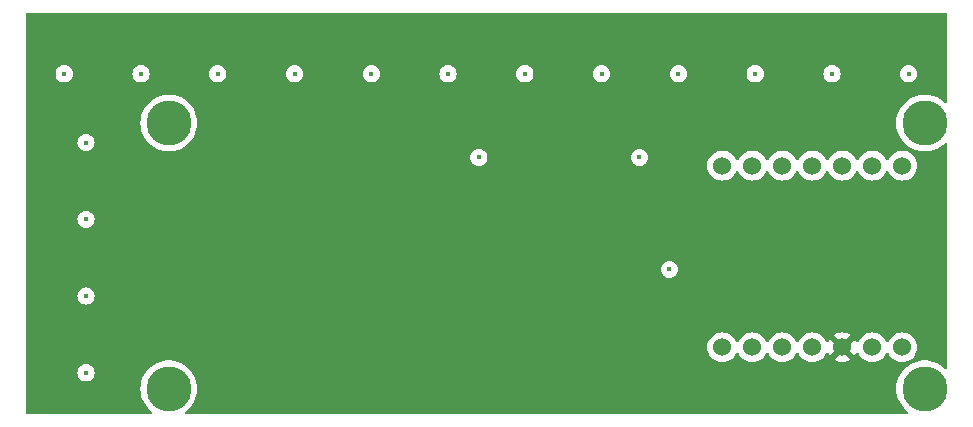
<source format=gbr>
%TF.GenerationSoftware,KiCad,Pcbnew,8.0.1*%
%TF.CreationDate,2025-02-04T00:39:20-05:00*%
%TF.ProjectId,glove-v3-right,676c6f76-652d-4763-932d-72696768742e,rev?*%
%TF.SameCoordinates,Original*%
%TF.FileFunction,Copper,L2,Inr*%
%TF.FilePolarity,Positive*%
%FSLAX46Y46*%
G04 Gerber Fmt 4.6, Leading zero omitted, Abs format (unit mm)*
G04 Created by KiCad (PCBNEW 8.0.1) date 2025-02-04 00:39:20*
%MOMM*%
%LPD*%
G01*
G04 APERTURE LIST*
%TA.AperFunction,ComponentPad*%
%ADD10C,3.800000*%
%TD*%
%TA.AperFunction,ComponentPad*%
%ADD11C,1.524000*%
%TD*%
%TA.AperFunction,ViaPad*%
%ADD12C,0.450000*%
%TD*%
G04 APERTURE END LIST*
D10*
%TO.N,N/C*%
%TO.C,REF\u002A\u002A*%
X114050000Y-34550000D03*
%TD*%
%TO.N,N/C*%
%TO.C,REF\u002A\u002A*%
X178050000Y-57050000D03*
%TD*%
%TO.N,N/C*%
%TO.C,REF\u002A\u002A*%
X114050000Y-57050000D03*
%TD*%
D11*
%TO.N,unconnected-(U1-PA02_A0_D0-Pad1)*%
%TO.C,U1*%
X176150000Y-38150000D03*
%TO.N,unconnected-(U1-PA4_A1_D1-Pad2)*%
X173610000Y-38150000D03*
%TO.N,/MUX_OUT*%
X171070000Y-38150000D03*
%TO.N,unconnected-(U1-PA11_A3_D3-Pad4)*%
X168530000Y-38150000D03*
%TO.N,/S2*%
X165990000Y-38150000D03*
%TO.N,/S3*%
X163450000Y-38150000D03*
%TO.N,unconnected-(U1-PB08_A6_D6_TX-Pad7)*%
X160910000Y-38150000D03*
%TO.N,unconnected-(U1-PB09_A7_D7_RX-Pad8)*%
X160910000Y-53542400D03*
%TO.N,Net-(U1-PA7_A8_D8_SCK)*%
X163450000Y-53542400D03*
%TO.N,/S1*%
X165990000Y-53542400D03*
%TO.N,/S0*%
X168530000Y-53542400D03*
%TO.N,+3V3*%
X171070000Y-53542400D03*
%TO.N,GND*%
X173610000Y-53542400D03*
%TO.N,unconnected-(U1-5V-Pad14)*%
X176150000Y-53542400D03*
%TD*%
D10*
%TO.N,N/C*%
%TO.C,REF\u002A\u002A*%
X178050000Y-34550000D03*
%TD*%
D12*
%TO.N,GND*%
X107040000Y-49200000D03*
X105200000Y-30380000D03*
X170200000Y-30380000D03*
X131200000Y-30380000D03*
X118200000Y-30380000D03*
X107052500Y-55700000D03*
X107040000Y-36200000D03*
X157200000Y-30380000D03*
X144200000Y-30380000D03*
X107040000Y-42700000D03*
X176700000Y-30380000D03*
X124700000Y-30380000D03*
X153890000Y-37460000D03*
X150700000Y-30380000D03*
X163700000Y-30380000D03*
X140300000Y-37460000D03*
X111700000Y-30380000D03*
X137700000Y-30380000D03*
X156440000Y-46940000D03*
%TO.N,+3V3*%
X130200000Y-30380000D03*
X169200000Y-30380000D03*
X123700000Y-30380000D03*
X162700000Y-30380000D03*
X110700000Y-30380000D03*
X149700000Y-30380000D03*
X136700000Y-30380000D03*
X107040000Y-43700000D03*
X142460000Y-37460000D03*
X156200000Y-30380000D03*
X104200000Y-30380000D03*
X175700000Y-30380000D03*
X107040000Y-37200000D03*
X143200000Y-30380000D03*
X107040000Y-50200000D03*
X117200000Y-30380000D03*
X107052500Y-56700000D03*
%TD*%
%TA.AperFunction,Conductor*%
%TO.N,+3V3*%
G36*
X179892539Y-25220185D02*
G01*
X179938294Y-25272989D01*
X179949500Y-25324500D01*
X179949500Y-32754193D01*
X179929815Y-32821232D01*
X179877011Y-32866987D01*
X179807853Y-32876931D01*
X179744297Y-32847906D01*
X179740616Y-32844585D01*
X179583163Y-32696727D01*
X179583153Y-32696719D01*
X179338806Y-32519191D01*
X179338799Y-32519186D01*
X179338795Y-32519184D01*
X179074104Y-32373668D01*
X179074101Y-32373666D01*
X179074096Y-32373664D01*
X179074095Y-32373663D01*
X178793265Y-32262475D01*
X178793262Y-32262474D01*
X178500695Y-32187357D01*
X178201036Y-32149500D01*
X178201027Y-32149500D01*
X177898973Y-32149500D01*
X177898963Y-32149500D01*
X177599304Y-32187357D01*
X177306737Y-32262474D01*
X177306734Y-32262475D01*
X177025904Y-32373663D01*
X177025903Y-32373664D01*
X176761205Y-32519184D01*
X176761193Y-32519191D01*
X176516846Y-32696719D01*
X176516836Y-32696727D01*
X176296652Y-32903494D01*
X176104111Y-33136236D01*
X175942268Y-33391261D01*
X175942265Y-33391267D01*
X175813661Y-33664563D01*
X175813659Y-33664568D01*
X175720320Y-33951835D01*
X175663719Y-34248546D01*
X175663718Y-34248553D01*
X175644754Y-34549994D01*
X175644754Y-34550005D01*
X175663718Y-34851446D01*
X175663719Y-34851453D01*
X175720320Y-35148164D01*
X175813659Y-35435431D01*
X175813661Y-35435436D01*
X175942265Y-35708732D01*
X175942268Y-35708738D01*
X176104111Y-35963763D01*
X176296652Y-36196505D01*
X176516836Y-36403272D01*
X176516846Y-36403280D01*
X176761193Y-36580808D01*
X176761198Y-36580810D01*
X176761205Y-36580816D01*
X177025896Y-36726332D01*
X177025901Y-36726334D01*
X177025903Y-36726335D01*
X177025904Y-36726336D01*
X177306734Y-36837524D01*
X177306737Y-36837525D01*
X177385662Y-36857789D01*
X177599302Y-36912642D01*
X177737422Y-36930091D01*
X177898963Y-36950499D01*
X177898969Y-36950499D01*
X177898973Y-36950500D01*
X177898975Y-36950500D01*
X178201025Y-36950500D01*
X178201027Y-36950500D01*
X178201032Y-36950499D01*
X178201036Y-36950499D01*
X178280591Y-36940448D01*
X178500698Y-36912642D01*
X178793262Y-36837525D01*
X178793265Y-36837524D01*
X179074095Y-36726336D01*
X179074096Y-36726335D01*
X179074094Y-36726335D01*
X179074104Y-36726332D01*
X179338795Y-36580816D01*
X179583162Y-36403274D01*
X179740616Y-36255413D01*
X179802960Y-36223872D01*
X179872461Y-36231043D01*
X179927052Y-36274650D01*
X179949401Y-36340849D01*
X179949500Y-36345806D01*
X179949500Y-55254193D01*
X179929815Y-55321232D01*
X179877011Y-55366987D01*
X179807853Y-55376931D01*
X179744297Y-55347906D01*
X179740616Y-55344585D01*
X179583163Y-55196727D01*
X179583153Y-55196719D01*
X179338806Y-55019191D01*
X179338799Y-55019186D01*
X179338795Y-55019184D01*
X179074104Y-54873668D01*
X179074101Y-54873666D01*
X179074096Y-54873664D01*
X179074095Y-54873663D01*
X178793265Y-54762475D01*
X178793262Y-54762474D01*
X178500695Y-54687357D01*
X178201036Y-54649500D01*
X178201027Y-54649500D01*
X177898973Y-54649500D01*
X177898963Y-54649500D01*
X177599304Y-54687357D01*
X177306737Y-54762474D01*
X177306734Y-54762475D01*
X177025904Y-54873663D01*
X177025903Y-54873664D01*
X176761205Y-55019184D01*
X176761193Y-55019191D01*
X176516846Y-55196719D01*
X176516836Y-55196727D01*
X176296652Y-55403494D01*
X176104111Y-55636236D01*
X175942268Y-55891261D01*
X175942265Y-55891267D01*
X175813661Y-56164563D01*
X175813659Y-56164568D01*
X175720320Y-56451835D01*
X175663719Y-56748546D01*
X175663718Y-56748553D01*
X175644754Y-57049994D01*
X175644754Y-57050005D01*
X175663718Y-57351446D01*
X175663719Y-57351453D01*
X175720320Y-57648164D01*
X175813659Y-57935431D01*
X175813661Y-57935436D01*
X175942265Y-58208732D01*
X175942268Y-58208738D01*
X176104111Y-58463763D01*
X176296652Y-58696505D01*
X176516836Y-58903272D01*
X176516846Y-58903280D01*
X176615810Y-58975182D01*
X176658476Y-59030512D01*
X176664455Y-59100125D01*
X176631849Y-59161920D01*
X176571011Y-59196277D01*
X176542925Y-59199500D01*
X115557075Y-59199500D01*
X115490036Y-59179815D01*
X115444281Y-59127011D01*
X115434337Y-59057853D01*
X115463362Y-58994297D01*
X115484190Y-58975182D01*
X115549488Y-58927738D01*
X115583162Y-58903274D01*
X115803349Y-58696504D01*
X115995885Y-58463768D01*
X116157733Y-58208736D01*
X116286341Y-57935430D01*
X116379681Y-57648160D01*
X116436280Y-57351457D01*
X116455246Y-57050000D01*
X116436280Y-56748543D01*
X116379681Y-56451840D01*
X116286341Y-56164570D01*
X116157733Y-55891264D01*
X116129828Y-55847293D01*
X115995888Y-55636236D01*
X115803347Y-55403494D01*
X115583163Y-55196727D01*
X115583153Y-55196719D01*
X115338806Y-55019191D01*
X115338799Y-55019186D01*
X115338795Y-55019184D01*
X115074104Y-54873668D01*
X115074101Y-54873666D01*
X115074096Y-54873664D01*
X115074095Y-54873663D01*
X114793265Y-54762475D01*
X114793262Y-54762474D01*
X114500695Y-54687357D01*
X114201036Y-54649500D01*
X114201027Y-54649500D01*
X113898973Y-54649500D01*
X113898963Y-54649500D01*
X113599304Y-54687357D01*
X113306737Y-54762474D01*
X113306734Y-54762475D01*
X113025904Y-54873663D01*
X113025903Y-54873664D01*
X112761205Y-55019184D01*
X112761193Y-55019191D01*
X112516846Y-55196719D01*
X112516836Y-55196727D01*
X112296652Y-55403494D01*
X112104111Y-55636236D01*
X111942268Y-55891261D01*
X111942265Y-55891267D01*
X111813661Y-56164563D01*
X111813659Y-56164568D01*
X111720320Y-56451835D01*
X111663719Y-56748546D01*
X111663718Y-56748553D01*
X111644754Y-57049994D01*
X111644754Y-57050005D01*
X111663718Y-57351446D01*
X111663719Y-57351453D01*
X111720320Y-57648164D01*
X111813659Y-57935431D01*
X111813661Y-57935436D01*
X111942265Y-58208732D01*
X111942268Y-58208738D01*
X112104111Y-58463763D01*
X112296652Y-58696505D01*
X112516836Y-58903272D01*
X112516846Y-58903280D01*
X112615810Y-58975182D01*
X112658476Y-59030512D01*
X112664455Y-59100125D01*
X112631849Y-59161920D01*
X112571011Y-59196277D01*
X112542925Y-59199500D01*
X102074500Y-59199500D01*
X102007461Y-59179815D01*
X101961706Y-59127011D01*
X101950500Y-59075500D01*
X101950500Y-55700003D01*
X106322409Y-55700003D01*
X106340712Y-55862455D01*
X106394710Y-56016774D01*
X106394711Y-56016775D01*
X106481692Y-56155204D01*
X106597296Y-56270808D01*
X106735725Y-56357789D01*
X106890039Y-56411786D01*
X106890042Y-56411786D01*
X106890044Y-56411787D01*
X107052496Y-56430091D01*
X107052500Y-56430091D01*
X107052504Y-56430091D01*
X107214955Y-56411787D01*
X107214956Y-56411786D01*
X107214961Y-56411786D01*
X107369275Y-56357789D01*
X107507704Y-56270808D01*
X107623308Y-56155204D01*
X107710289Y-56016775D01*
X107764286Y-55862461D01*
X107782591Y-55700000D01*
X107775406Y-55636232D01*
X107764287Y-55537544D01*
X107764286Y-55537542D01*
X107764286Y-55537539D01*
X107710289Y-55383225D01*
X107623308Y-55244796D01*
X107507704Y-55129192D01*
X107369274Y-55042210D01*
X107214955Y-54988212D01*
X107052504Y-54969909D01*
X107052496Y-54969909D01*
X106890044Y-54988212D01*
X106735725Y-55042210D01*
X106597295Y-55129192D01*
X106481692Y-55244795D01*
X106394710Y-55383225D01*
X106340712Y-55537544D01*
X106322409Y-55699996D01*
X106322409Y-55700003D01*
X101950500Y-55700003D01*
X101950500Y-53542402D01*
X159642677Y-53542402D01*
X159661929Y-53762462D01*
X159661930Y-53762470D01*
X159719104Y-53975845D01*
X159719105Y-53975847D01*
X159719106Y-53975850D01*
X159750139Y-54042400D01*
X159812466Y-54176062D01*
X159812468Y-54176066D01*
X159939170Y-54357015D01*
X159939175Y-54357021D01*
X160095378Y-54513224D01*
X160095384Y-54513229D01*
X160276333Y-54639931D01*
X160276335Y-54639932D01*
X160276338Y-54639934D01*
X160476550Y-54733294D01*
X160689932Y-54790470D01*
X160847123Y-54804222D01*
X160909998Y-54809723D01*
X160910000Y-54809723D01*
X160910002Y-54809723D01*
X160965017Y-54804909D01*
X161130068Y-54790470D01*
X161343450Y-54733294D01*
X161543662Y-54639934D01*
X161724620Y-54513226D01*
X161880826Y-54357020D01*
X162007534Y-54176062D01*
X162067618Y-54047211D01*
X162113790Y-53994771D01*
X162180983Y-53975619D01*
X162247865Y-53995835D01*
X162292382Y-54047211D01*
X162352464Y-54176058D01*
X162352468Y-54176066D01*
X162479170Y-54357015D01*
X162479175Y-54357021D01*
X162635378Y-54513224D01*
X162635384Y-54513229D01*
X162816333Y-54639931D01*
X162816335Y-54639932D01*
X162816338Y-54639934D01*
X163016550Y-54733294D01*
X163229932Y-54790470D01*
X163387123Y-54804222D01*
X163449998Y-54809723D01*
X163450000Y-54809723D01*
X163450002Y-54809723D01*
X163505017Y-54804909D01*
X163670068Y-54790470D01*
X163883450Y-54733294D01*
X164083662Y-54639934D01*
X164264620Y-54513226D01*
X164420826Y-54357020D01*
X164547534Y-54176062D01*
X164607618Y-54047211D01*
X164653790Y-53994771D01*
X164720983Y-53975619D01*
X164787865Y-53995835D01*
X164832382Y-54047211D01*
X164892464Y-54176058D01*
X164892468Y-54176066D01*
X165019170Y-54357015D01*
X165019175Y-54357021D01*
X165175378Y-54513224D01*
X165175384Y-54513229D01*
X165356333Y-54639931D01*
X165356335Y-54639932D01*
X165356338Y-54639934D01*
X165556550Y-54733294D01*
X165769932Y-54790470D01*
X165927123Y-54804222D01*
X165989998Y-54809723D01*
X165990000Y-54809723D01*
X165990002Y-54809723D01*
X166045017Y-54804909D01*
X166210068Y-54790470D01*
X166423450Y-54733294D01*
X166623662Y-54639934D01*
X166804620Y-54513226D01*
X166960826Y-54357020D01*
X167087534Y-54176062D01*
X167147618Y-54047211D01*
X167193790Y-53994771D01*
X167260983Y-53975619D01*
X167327865Y-53995835D01*
X167372382Y-54047211D01*
X167432464Y-54176058D01*
X167432468Y-54176066D01*
X167559170Y-54357015D01*
X167559175Y-54357021D01*
X167715378Y-54513224D01*
X167715384Y-54513229D01*
X167896333Y-54639931D01*
X167896335Y-54639932D01*
X167896338Y-54639934D01*
X168096550Y-54733294D01*
X168309932Y-54790470D01*
X168467123Y-54804222D01*
X168529998Y-54809723D01*
X168530000Y-54809723D01*
X168530002Y-54809723D01*
X168585017Y-54804909D01*
X168750068Y-54790470D01*
X168963450Y-54733294D01*
X169163662Y-54639934D01*
X169344620Y-54513226D01*
X169500826Y-54357020D01*
X169627534Y-54176062D01*
X169687894Y-54046618D01*
X169734066Y-53994179D01*
X169801259Y-53975027D01*
X169868141Y-53995243D01*
X169912658Y-54046619D01*
X169972898Y-54175805D01*
X169972901Y-54175811D01*
X170018258Y-54240587D01*
X170018259Y-54240588D01*
X170587037Y-53671809D01*
X170604075Y-53735393D01*
X170669901Y-53849407D01*
X170762993Y-53942499D01*
X170877007Y-54008325D01*
X170940590Y-54025362D01*
X170371810Y-54594140D01*
X170436590Y-54639499D01*
X170436592Y-54639500D01*
X170636715Y-54732819D01*
X170636729Y-54732824D01*
X170850013Y-54789973D01*
X170850023Y-54789975D01*
X171069999Y-54809221D01*
X171070001Y-54809221D01*
X171289976Y-54789975D01*
X171289986Y-54789973D01*
X171503270Y-54732824D01*
X171503284Y-54732819D01*
X171703407Y-54639500D01*
X171703417Y-54639494D01*
X171768188Y-54594141D01*
X171199410Y-54025362D01*
X171262993Y-54008325D01*
X171377007Y-53942499D01*
X171470099Y-53849407D01*
X171535925Y-53735393D01*
X171552962Y-53671809D01*
X172121741Y-54240588D01*
X172167094Y-54175817D01*
X172167095Y-54175816D01*
X172227340Y-54046619D01*
X172273512Y-53994180D01*
X172340706Y-53975027D01*
X172407587Y-53995242D01*
X172452105Y-54046618D01*
X172512466Y-54176062D01*
X172512468Y-54176066D01*
X172639170Y-54357015D01*
X172639175Y-54357021D01*
X172795378Y-54513224D01*
X172795384Y-54513229D01*
X172976333Y-54639931D01*
X172976335Y-54639932D01*
X172976338Y-54639934D01*
X173176550Y-54733294D01*
X173389932Y-54790470D01*
X173547123Y-54804222D01*
X173609998Y-54809723D01*
X173610000Y-54809723D01*
X173610002Y-54809723D01*
X173665017Y-54804909D01*
X173830068Y-54790470D01*
X174043450Y-54733294D01*
X174243662Y-54639934D01*
X174424620Y-54513226D01*
X174580826Y-54357020D01*
X174707534Y-54176062D01*
X174767618Y-54047211D01*
X174813790Y-53994771D01*
X174880983Y-53975619D01*
X174947865Y-53995835D01*
X174992382Y-54047211D01*
X175052464Y-54176058D01*
X175052468Y-54176066D01*
X175179170Y-54357015D01*
X175179175Y-54357021D01*
X175335378Y-54513224D01*
X175335384Y-54513229D01*
X175516333Y-54639931D01*
X175516335Y-54639932D01*
X175516338Y-54639934D01*
X175716550Y-54733294D01*
X175929932Y-54790470D01*
X176087123Y-54804222D01*
X176149998Y-54809723D01*
X176150000Y-54809723D01*
X176150002Y-54809723D01*
X176205017Y-54804909D01*
X176370068Y-54790470D01*
X176583450Y-54733294D01*
X176783662Y-54639934D01*
X176964620Y-54513226D01*
X177120826Y-54357020D01*
X177247534Y-54176062D01*
X177340894Y-53975850D01*
X177398070Y-53762468D01*
X177417323Y-53542400D01*
X177398070Y-53322332D01*
X177340894Y-53108950D01*
X177247534Y-52908739D01*
X177120826Y-52727780D01*
X176964620Y-52571574D01*
X176964616Y-52571571D01*
X176964615Y-52571570D01*
X176783666Y-52444868D01*
X176783662Y-52444866D01*
X176783660Y-52444865D01*
X176583450Y-52351506D01*
X176583447Y-52351505D01*
X176583445Y-52351504D01*
X176370070Y-52294330D01*
X176370062Y-52294329D01*
X176150002Y-52275077D01*
X176149998Y-52275077D01*
X175929937Y-52294329D01*
X175929929Y-52294330D01*
X175716554Y-52351504D01*
X175716548Y-52351507D01*
X175516340Y-52444865D01*
X175516338Y-52444866D01*
X175335377Y-52571575D01*
X175179175Y-52727777D01*
X175052466Y-52908738D01*
X175052465Y-52908740D01*
X174992382Y-53037589D01*
X174946209Y-53090028D01*
X174879016Y-53109180D01*
X174812135Y-53088964D01*
X174767618Y-53037589D01*
X174707651Y-52908990D01*
X174707534Y-52908739D01*
X174580826Y-52727780D01*
X174424620Y-52571574D01*
X174424616Y-52571571D01*
X174424615Y-52571570D01*
X174243666Y-52444868D01*
X174243662Y-52444866D01*
X174243660Y-52444865D01*
X174043450Y-52351506D01*
X174043447Y-52351505D01*
X174043445Y-52351504D01*
X173830070Y-52294330D01*
X173830062Y-52294329D01*
X173610002Y-52275077D01*
X173609998Y-52275077D01*
X173389937Y-52294329D01*
X173389929Y-52294330D01*
X173176554Y-52351504D01*
X173176548Y-52351507D01*
X172976340Y-52444865D01*
X172976338Y-52444866D01*
X172795377Y-52571575D01*
X172639175Y-52727777D01*
X172512467Y-52908737D01*
X172452105Y-53038182D01*
X172405932Y-53090621D01*
X172338738Y-53109772D01*
X172271857Y-53089556D01*
X172227341Y-53038180D01*
X172167098Y-52908989D01*
X172167097Y-52908987D01*
X172121741Y-52844211D01*
X172121740Y-52844210D01*
X171552962Y-53412989D01*
X171535925Y-53349407D01*
X171470099Y-53235393D01*
X171377007Y-53142301D01*
X171262993Y-53076475D01*
X171199410Y-53059437D01*
X171768188Y-52490659D01*
X171768187Y-52490658D01*
X171703411Y-52445301D01*
X171703405Y-52445298D01*
X171503284Y-52351980D01*
X171503270Y-52351975D01*
X171289986Y-52294826D01*
X171289976Y-52294824D01*
X171070001Y-52275579D01*
X171069999Y-52275579D01*
X170850023Y-52294824D01*
X170850013Y-52294826D01*
X170636729Y-52351975D01*
X170636720Y-52351979D01*
X170436590Y-52445301D01*
X170371811Y-52490658D01*
X170940590Y-53059437D01*
X170877007Y-53076475D01*
X170762993Y-53142301D01*
X170669901Y-53235393D01*
X170604075Y-53349407D01*
X170587037Y-53412990D01*
X170018258Y-52844211D01*
X169972901Y-52908990D01*
X169912658Y-53038181D01*
X169866485Y-53090620D01*
X169799292Y-53109772D01*
X169732411Y-53089556D01*
X169687894Y-53038181D01*
X169627651Y-52908990D01*
X169627534Y-52908739D01*
X169500826Y-52727780D01*
X169344620Y-52571574D01*
X169344616Y-52571571D01*
X169344615Y-52571570D01*
X169163666Y-52444868D01*
X169163662Y-52444866D01*
X169163660Y-52444865D01*
X168963450Y-52351506D01*
X168963447Y-52351505D01*
X168963445Y-52351504D01*
X168750070Y-52294330D01*
X168750062Y-52294329D01*
X168530002Y-52275077D01*
X168529998Y-52275077D01*
X168309937Y-52294329D01*
X168309929Y-52294330D01*
X168096554Y-52351504D01*
X168096548Y-52351507D01*
X167896340Y-52444865D01*
X167896338Y-52444866D01*
X167715377Y-52571575D01*
X167559175Y-52727777D01*
X167432466Y-52908738D01*
X167432465Y-52908740D01*
X167372382Y-53037589D01*
X167326209Y-53090028D01*
X167259016Y-53109180D01*
X167192135Y-53088964D01*
X167147618Y-53037589D01*
X167087651Y-52908990D01*
X167087534Y-52908739D01*
X166960826Y-52727780D01*
X166804620Y-52571574D01*
X166804616Y-52571571D01*
X166804615Y-52571570D01*
X166623666Y-52444868D01*
X166623662Y-52444866D01*
X166623660Y-52444865D01*
X166423450Y-52351506D01*
X166423447Y-52351505D01*
X166423445Y-52351504D01*
X166210070Y-52294330D01*
X166210062Y-52294329D01*
X165990002Y-52275077D01*
X165989998Y-52275077D01*
X165769937Y-52294329D01*
X165769929Y-52294330D01*
X165556554Y-52351504D01*
X165556548Y-52351507D01*
X165356340Y-52444865D01*
X165356338Y-52444866D01*
X165175377Y-52571575D01*
X165019175Y-52727777D01*
X164892466Y-52908738D01*
X164892465Y-52908740D01*
X164832382Y-53037589D01*
X164786209Y-53090028D01*
X164719016Y-53109180D01*
X164652135Y-53088964D01*
X164607618Y-53037589D01*
X164547651Y-52908990D01*
X164547534Y-52908739D01*
X164420826Y-52727780D01*
X164264620Y-52571574D01*
X164264616Y-52571571D01*
X164264615Y-52571570D01*
X164083666Y-52444868D01*
X164083662Y-52444866D01*
X164083660Y-52444865D01*
X163883450Y-52351506D01*
X163883447Y-52351505D01*
X163883445Y-52351504D01*
X163670070Y-52294330D01*
X163670062Y-52294329D01*
X163450002Y-52275077D01*
X163449998Y-52275077D01*
X163229937Y-52294329D01*
X163229929Y-52294330D01*
X163016554Y-52351504D01*
X163016548Y-52351507D01*
X162816340Y-52444865D01*
X162816338Y-52444866D01*
X162635377Y-52571575D01*
X162479175Y-52727777D01*
X162352466Y-52908738D01*
X162352465Y-52908740D01*
X162292382Y-53037589D01*
X162246209Y-53090028D01*
X162179016Y-53109180D01*
X162112135Y-53088964D01*
X162067618Y-53037589D01*
X162007651Y-52908990D01*
X162007534Y-52908739D01*
X161880826Y-52727780D01*
X161724620Y-52571574D01*
X161724616Y-52571571D01*
X161724615Y-52571570D01*
X161543666Y-52444868D01*
X161543662Y-52444866D01*
X161543660Y-52444865D01*
X161343450Y-52351506D01*
X161343447Y-52351505D01*
X161343445Y-52351504D01*
X161130070Y-52294330D01*
X161130062Y-52294329D01*
X160910002Y-52275077D01*
X160909998Y-52275077D01*
X160689937Y-52294329D01*
X160689929Y-52294330D01*
X160476554Y-52351504D01*
X160476548Y-52351507D01*
X160276340Y-52444865D01*
X160276338Y-52444866D01*
X160095377Y-52571575D01*
X159939175Y-52727777D01*
X159812466Y-52908738D01*
X159812465Y-52908740D01*
X159719107Y-53108948D01*
X159719104Y-53108954D01*
X159661930Y-53322329D01*
X159661929Y-53322337D01*
X159642677Y-53542397D01*
X159642677Y-53542402D01*
X101950500Y-53542402D01*
X101950500Y-49200003D01*
X106309909Y-49200003D01*
X106328212Y-49362455D01*
X106382210Y-49516774D01*
X106382211Y-49516775D01*
X106469192Y-49655204D01*
X106584796Y-49770808D01*
X106723225Y-49857789D01*
X106877539Y-49911786D01*
X106877542Y-49911786D01*
X106877544Y-49911787D01*
X107039996Y-49930091D01*
X107040000Y-49930091D01*
X107040004Y-49930091D01*
X107202455Y-49911787D01*
X107202456Y-49911786D01*
X107202461Y-49911786D01*
X107356775Y-49857789D01*
X107495204Y-49770808D01*
X107610808Y-49655204D01*
X107697789Y-49516775D01*
X107751786Y-49362461D01*
X107770091Y-49200000D01*
X107751786Y-49037539D01*
X107697789Y-48883225D01*
X107610808Y-48744796D01*
X107495204Y-48629192D01*
X107356774Y-48542210D01*
X107202455Y-48488212D01*
X107040004Y-48469909D01*
X107039996Y-48469909D01*
X106877544Y-48488212D01*
X106723225Y-48542210D01*
X106584795Y-48629192D01*
X106469192Y-48744795D01*
X106382210Y-48883225D01*
X106328212Y-49037544D01*
X106309909Y-49199996D01*
X106309909Y-49200003D01*
X101950500Y-49200003D01*
X101950500Y-46940003D01*
X155709909Y-46940003D01*
X155728212Y-47102455D01*
X155782210Y-47256774D01*
X155782211Y-47256775D01*
X155869192Y-47395204D01*
X155984796Y-47510808D01*
X156123225Y-47597789D01*
X156277539Y-47651786D01*
X156277542Y-47651786D01*
X156277544Y-47651787D01*
X156439996Y-47670091D01*
X156440000Y-47670091D01*
X156440004Y-47670091D01*
X156602455Y-47651787D01*
X156602456Y-47651786D01*
X156602461Y-47651786D01*
X156756775Y-47597789D01*
X156895204Y-47510808D01*
X157010808Y-47395204D01*
X157097789Y-47256775D01*
X157151786Y-47102461D01*
X157170091Y-46940000D01*
X157151786Y-46777539D01*
X157097789Y-46623225D01*
X157010808Y-46484796D01*
X156895204Y-46369192D01*
X156756774Y-46282210D01*
X156602455Y-46228212D01*
X156440004Y-46209909D01*
X156439996Y-46209909D01*
X156277544Y-46228212D01*
X156123225Y-46282210D01*
X155984795Y-46369192D01*
X155869192Y-46484795D01*
X155782210Y-46623225D01*
X155728212Y-46777544D01*
X155709909Y-46939996D01*
X155709909Y-46940003D01*
X101950500Y-46940003D01*
X101950500Y-42700003D01*
X106309909Y-42700003D01*
X106328212Y-42862455D01*
X106382210Y-43016774D01*
X106382211Y-43016775D01*
X106469192Y-43155204D01*
X106584796Y-43270808D01*
X106723225Y-43357789D01*
X106877539Y-43411786D01*
X106877542Y-43411786D01*
X106877544Y-43411787D01*
X107039996Y-43430091D01*
X107040000Y-43430091D01*
X107040004Y-43430091D01*
X107202455Y-43411787D01*
X107202456Y-43411786D01*
X107202461Y-43411786D01*
X107356775Y-43357789D01*
X107495204Y-43270808D01*
X107610808Y-43155204D01*
X107697789Y-43016775D01*
X107751786Y-42862461D01*
X107770091Y-42700000D01*
X107751786Y-42537539D01*
X107697789Y-42383225D01*
X107610808Y-42244796D01*
X107495204Y-42129192D01*
X107356774Y-42042210D01*
X107202455Y-41988212D01*
X107040004Y-41969909D01*
X107039996Y-41969909D01*
X106877544Y-41988212D01*
X106723225Y-42042210D01*
X106584795Y-42129192D01*
X106469192Y-42244795D01*
X106382210Y-42383225D01*
X106328212Y-42537544D01*
X106309909Y-42699996D01*
X106309909Y-42700003D01*
X101950500Y-42700003D01*
X101950500Y-37460003D01*
X139569909Y-37460003D01*
X139588212Y-37622455D01*
X139642210Y-37776774D01*
X139642211Y-37776775D01*
X139729192Y-37915204D01*
X139844796Y-38030808D01*
X139983225Y-38117789D01*
X140137539Y-38171786D01*
X140137542Y-38171786D01*
X140137544Y-38171787D01*
X140299996Y-38190091D01*
X140300000Y-38190091D01*
X140300004Y-38190091D01*
X140462455Y-38171787D01*
X140462456Y-38171786D01*
X140462461Y-38171786D01*
X140616775Y-38117789D01*
X140755204Y-38030808D01*
X140870808Y-37915204D01*
X140957789Y-37776775D01*
X141011786Y-37622461D01*
X141023743Y-37516339D01*
X141030091Y-37460003D01*
X153159909Y-37460003D01*
X153178212Y-37622455D01*
X153232210Y-37776774D01*
X153232211Y-37776775D01*
X153319192Y-37915204D01*
X153434796Y-38030808D01*
X153573225Y-38117789D01*
X153727539Y-38171786D01*
X153727542Y-38171786D01*
X153727544Y-38171787D01*
X153889996Y-38190091D01*
X153890000Y-38190091D01*
X153890004Y-38190091D01*
X154052455Y-38171787D01*
X154052456Y-38171786D01*
X154052461Y-38171786D01*
X154114716Y-38150002D01*
X159642677Y-38150002D01*
X159661929Y-38370062D01*
X159661930Y-38370070D01*
X159719104Y-38583445D01*
X159719105Y-38583447D01*
X159719106Y-38583450D01*
X159752382Y-38654811D01*
X159812466Y-38783662D01*
X159812468Y-38783666D01*
X159939170Y-38964615D01*
X159939175Y-38964621D01*
X160095378Y-39120824D01*
X160095384Y-39120829D01*
X160276333Y-39247531D01*
X160276335Y-39247532D01*
X160276338Y-39247534D01*
X160476550Y-39340894D01*
X160689932Y-39398070D01*
X160847123Y-39411822D01*
X160909998Y-39417323D01*
X160910000Y-39417323D01*
X160910002Y-39417323D01*
X160965017Y-39412509D01*
X161130068Y-39398070D01*
X161343450Y-39340894D01*
X161543662Y-39247534D01*
X161724620Y-39120826D01*
X161880826Y-38964620D01*
X162007534Y-38783662D01*
X162067618Y-38654811D01*
X162113790Y-38602371D01*
X162180983Y-38583219D01*
X162247865Y-38603435D01*
X162292382Y-38654811D01*
X162352464Y-38783658D01*
X162352468Y-38783666D01*
X162479170Y-38964615D01*
X162479175Y-38964621D01*
X162635378Y-39120824D01*
X162635384Y-39120829D01*
X162816333Y-39247531D01*
X162816335Y-39247532D01*
X162816338Y-39247534D01*
X163016550Y-39340894D01*
X163229932Y-39398070D01*
X163387123Y-39411822D01*
X163449998Y-39417323D01*
X163450000Y-39417323D01*
X163450002Y-39417323D01*
X163505017Y-39412509D01*
X163670068Y-39398070D01*
X163883450Y-39340894D01*
X164083662Y-39247534D01*
X164264620Y-39120826D01*
X164420826Y-38964620D01*
X164547534Y-38783662D01*
X164607618Y-38654811D01*
X164653790Y-38602371D01*
X164720983Y-38583219D01*
X164787865Y-38603435D01*
X164832382Y-38654811D01*
X164892464Y-38783658D01*
X164892468Y-38783666D01*
X165019170Y-38964615D01*
X165019175Y-38964621D01*
X165175378Y-39120824D01*
X165175384Y-39120829D01*
X165356333Y-39247531D01*
X165356335Y-39247532D01*
X165356338Y-39247534D01*
X165556550Y-39340894D01*
X165769932Y-39398070D01*
X165927123Y-39411822D01*
X165989998Y-39417323D01*
X165990000Y-39417323D01*
X165990002Y-39417323D01*
X166045017Y-39412509D01*
X166210068Y-39398070D01*
X166423450Y-39340894D01*
X166623662Y-39247534D01*
X166804620Y-39120826D01*
X166960826Y-38964620D01*
X167087534Y-38783662D01*
X167147618Y-38654811D01*
X167193790Y-38602371D01*
X167260983Y-38583219D01*
X167327865Y-38603435D01*
X167372382Y-38654811D01*
X167432464Y-38783658D01*
X167432468Y-38783666D01*
X167559170Y-38964615D01*
X167559175Y-38964621D01*
X167715378Y-39120824D01*
X167715384Y-39120829D01*
X167896333Y-39247531D01*
X167896335Y-39247532D01*
X167896338Y-39247534D01*
X168096550Y-39340894D01*
X168309932Y-39398070D01*
X168467123Y-39411822D01*
X168529998Y-39417323D01*
X168530000Y-39417323D01*
X168530002Y-39417323D01*
X168585017Y-39412509D01*
X168750068Y-39398070D01*
X168963450Y-39340894D01*
X169163662Y-39247534D01*
X169344620Y-39120826D01*
X169500826Y-38964620D01*
X169627534Y-38783662D01*
X169687618Y-38654811D01*
X169733790Y-38602371D01*
X169800983Y-38583219D01*
X169867865Y-38603435D01*
X169912382Y-38654811D01*
X169972464Y-38783658D01*
X169972468Y-38783666D01*
X170099170Y-38964615D01*
X170099175Y-38964621D01*
X170255378Y-39120824D01*
X170255384Y-39120829D01*
X170436333Y-39247531D01*
X170436335Y-39247532D01*
X170436338Y-39247534D01*
X170636550Y-39340894D01*
X170849932Y-39398070D01*
X171007123Y-39411822D01*
X171069998Y-39417323D01*
X171070000Y-39417323D01*
X171070002Y-39417323D01*
X171125017Y-39412509D01*
X171290068Y-39398070D01*
X171503450Y-39340894D01*
X171703662Y-39247534D01*
X171884620Y-39120826D01*
X172040826Y-38964620D01*
X172167534Y-38783662D01*
X172227618Y-38654811D01*
X172273790Y-38602371D01*
X172340983Y-38583219D01*
X172407865Y-38603435D01*
X172452382Y-38654811D01*
X172512464Y-38783658D01*
X172512468Y-38783666D01*
X172639170Y-38964615D01*
X172639175Y-38964621D01*
X172795378Y-39120824D01*
X172795384Y-39120829D01*
X172976333Y-39247531D01*
X172976335Y-39247532D01*
X172976338Y-39247534D01*
X173176550Y-39340894D01*
X173389932Y-39398070D01*
X173547123Y-39411822D01*
X173609998Y-39417323D01*
X173610000Y-39417323D01*
X173610002Y-39417323D01*
X173665017Y-39412509D01*
X173830068Y-39398070D01*
X174043450Y-39340894D01*
X174243662Y-39247534D01*
X174424620Y-39120826D01*
X174580826Y-38964620D01*
X174707534Y-38783662D01*
X174767618Y-38654811D01*
X174813790Y-38602371D01*
X174880983Y-38583219D01*
X174947865Y-38603435D01*
X174992382Y-38654811D01*
X175052464Y-38783658D01*
X175052468Y-38783666D01*
X175179170Y-38964615D01*
X175179175Y-38964621D01*
X175335378Y-39120824D01*
X175335384Y-39120829D01*
X175516333Y-39247531D01*
X175516335Y-39247532D01*
X175516338Y-39247534D01*
X175716550Y-39340894D01*
X175929932Y-39398070D01*
X176087123Y-39411822D01*
X176149998Y-39417323D01*
X176150000Y-39417323D01*
X176150002Y-39417323D01*
X176205017Y-39412509D01*
X176370068Y-39398070D01*
X176583450Y-39340894D01*
X176783662Y-39247534D01*
X176964620Y-39120826D01*
X177120826Y-38964620D01*
X177247534Y-38783662D01*
X177340894Y-38583450D01*
X177398070Y-38370068D01*
X177417323Y-38150000D01*
X177398070Y-37929932D01*
X177340894Y-37716550D01*
X177247534Y-37516339D01*
X177120826Y-37335380D01*
X176964620Y-37179174D01*
X176964616Y-37179171D01*
X176964615Y-37179170D01*
X176783666Y-37052468D01*
X176783662Y-37052466D01*
X176783660Y-37052465D01*
X176583450Y-36959106D01*
X176583447Y-36959105D01*
X176583445Y-36959104D01*
X176370070Y-36901930D01*
X176370062Y-36901929D01*
X176150002Y-36882677D01*
X176149998Y-36882677D01*
X175929937Y-36901929D01*
X175929929Y-36901930D01*
X175716554Y-36959104D01*
X175716548Y-36959107D01*
X175516340Y-37052465D01*
X175516338Y-37052466D01*
X175335377Y-37179175D01*
X175179175Y-37335377D01*
X175052466Y-37516338D01*
X175052465Y-37516340D01*
X174992382Y-37645189D01*
X174946209Y-37697628D01*
X174879016Y-37716780D01*
X174812135Y-37696564D01*
X174767618Y-37645189D01*
X174707534Y-37516340D01*
X174707533Y-37516338D01*
X174580827Y-37335381D01*
X174542985Y-37297539D01*
X174424620Y-37179174D01*
X174424616Y-37179171D01*
X174424615Y-37179170D01*
X174243666Y-37052468D01*
X174243662Y-37052466D01*
X174243660Y-37052465D01*
X174043450Y-36959106D01*
X174043447Y-36959105D01*
X174043445Y-36959104D01*
X173830070Y-36901930D01*
X173830062Y-36901929D01*
X173610002Y-36882677D01*
X173609998Y-36882677D01*
X173389937Y-36901929D01*
X173389929Y-36901930D01*
X173176554Y-36959104D01*
X173176548Y-36959107D01*
X172976340Y-37052465D01*
X172976338Y-37052466D01*
X172795377Y-37179175D01*
X172639175Y-37335377D01*
X172512466Y-37516338D01*
X172512465Y-37516340D01*
X172452382Y-37645189D01*
X172406209Y-37697628D01*
X172339016Y-37716780D01*
X172272135Y-37696564D01*
X172227618Y-37645189D01*
X172167534Y-37516340D01*
X172167533Y-37516338D01*
X172040827Y-37335381D01*
X172002985Y-37297539D01*
X171884620Y-37179174D01*
X171884616Y-37179171D01*
X171884615Y-37179170D01*
X171703666Y-37052468D01*
X171703662Y-37052466D01*
X171703660Y-37052465D01*
X171503450Y-36959106D01*
X171503447Y-36959105D01*
X171503445Y-36959104D01*
X171290070Y-36901930D01*
X171290062Y-36901929D01*
X171070002Y-36882677D01*
X171069998Y-36882677D01*
X170849937Y-36901929D01*
X170849929Y-36901930D01*
X170636554Y-36959104D01*
X170636548Y-36959107D01*
X170436340Y-37052465D01*
X170436338Y-37052466D01*
X170255377Y-37179175D01*
X170099175Y-37335377D01*
X169972466Y-37516338D01*
X169972465Y-37516340D01*
X169912382Y-37645189D01*
X169866209Y-37697628D01*
X169799016Y-37716780D01*
X169732135Y-37696564D01*
X169687618Y-37645189D01*
X169627534Y-37516340D01*
X169627533Y-37516338D01*
X169500827Y-37335381D01*
X169462985Y-37297539D01*
X169344620Y-37179174D01*
X169344616Y-37179171D01*
X169344615Y-37179170D01*
X169163666Y-37052468D01*
X169163662Y-37052466D01*
X169163660Y-37052465D01*
X168963450Y-36959106D01*
X168963447Y-36959105D01*
X168963445Y-36959104D01*
X168750070Y-36901930D01*
X168750062Y-36901929D01*
X168530002Y-36882677D01*
X168529998Y-36882677D01*
X168309937Y-36901929D01*
X168309929Y-36901930D01*
X168096554Y-36959104D01*
X168096548Y-36959107D01*
X167896340Y-37052465D01*
X167896338Y-37052466D01*
X167715377Y-37179175D01*
X167559175Y-37335377D01*
X167432466Y-37516338D01*
X167432465Y-37516340D01*
X167372382Y-37645189D01*
X167326209Y-37697628D01*
X167259016Y-37716780D01*
X167192135Y-37696564D01*
X167147618Y-37645189D01*
X167087534Y-37516340D01*
X167087533Y-37516338D01*
X166960827Y-37335381D01*
X166922985Y-37297539D01*
X166804620Y-37179174D01*
X166804616Y-37179171D01*
X166804615Y-37179170D01*
X166623666Y-37052468D01*
X166623662Y-37052466D01*
X166623660Y-37052465D01*
X166423450Y-36959106D01*
X166423447Y-36959105D01*
X166423445Y-36959104D01*
X166210070Y-36901930D01*
X166210062Y-36901929D01*
X165990002Y-36882677D01*
X165989998Y-36882677D01*
X165769937Y-36901929D01*
X165769929Y-36901930D01*
X165556554Y-36959104D01*
X165556548Y-36959107D01*
X165356340Y-37052465D01*
X165356338Y-37052466D01*
X165175377Y-37179175D01*
X165019175Y-37335377D01*
X164892466Y-37516338D01*
X164892465Y-37516340D01*
X164832382Y-37645189D01*
X164786209Y-37697628D01*
X164719016Y-37716780D01*
X164652135Y-37696564D01*
X164607618Y-37645189D01*
X164547534Y-37516340D01*
X164547533Y-37516338D01*
X164420827Y-37335381D01*
X164382985Y-37297539D01*
X164264620Y-37179174D01*
X164264616Y-37179171D01*
X164264615Y-37179170D01*
X164083666Y-37052468D01*
X164083662Y-37052466D01*
X164083660Y-37052465D01*
X163883450Y-36959106D01*
X163883447Y-36959105D01*
X163883445Y-36959104D01*
X163670070Y-36901930D01*
X163670062Y-36901929D01*
X163450002Y-36882677D01*
X163449998Y-36882677D01*
X163229937Y-36901929D01*
X163229929Y-36901930D01*
X163016554Y-36959104D01*
X163016548Y-36959107D01*
X162816340Y-37052465D01*
X162816338Y-37052466D01*
X162635377Y-37179175D01*
X162479175Y-37335377D01*
X162352466Y-37516338D01*
X162352465Y-37516340D01*
X162292382Y-37645189D01*
X162246209Y-37697628D01*
X162179016Y-37716780D01*
X162112135Y-37696564D01*
X162067618Y-37645189D01*
X162007534Y-37516340D01*
X162007533Y-37516338D01*
X161880827Y-37335381D01*
X161842985Y-37297539D01*
X161724620Y-37179174D01*
X161724616Y-37179171D01*
X161724615Y-37179170D01*
X161543666Y-37052468D01*
X161543662Y-37052466D01*
X161543660Y-37052465D01*
X161343450Y-36959106D01*
X161343447Y-36959105D01*
X161343445Y-36959104D01*
X161130070Y-36901930D01*
X161130062Y-36901929D01*
X160910002Y-36882677D01*
X160909998Y-36882677D01*
X160689937Y-36901929D01*
X160689929Y-36901930D01*
X160476554Y-36959104D01*
X160476548Y-36959107D01*
X160276340Y-37052465D01*
X160276338Y-37052466D01*
X160095377Y-37179175D01*
X159939175Y-37335377D01*
X159812466Y-37516338D01*
X159812465Y-37516340D01*
X159719107Y-37716548D01*
X159719104Y-37716554D01*
X159661930Y-37929929D01*
X159661929Y-37929937D01*
X159642677Y-38149997D01*
X159642677Y-38150002D01*
X154114716Y-38150002D01*
X154206775Y-38117789D01*
X154345204Y-38030808D01*
X154460808Y-37915204D01*
X154547789Y-37776775D01*
X154601786Y-37622461D01*
X154613743Y-37516339D01*
X154620091Y-37460003D01*
X154620091Y-37459996D01*
X154601787Y-37297544D01*
X154601786Y-37297542D01*
X154601786Y-37297539D01*
X154547789Y-37143225D01*
X154460808Y-37004796D01*
X154345204Y-36889192D01*
X154206774Y-36802210D01*
X154052455Y-36748212D01*
X153890004Y-36729909D01*
X153889996Y-36729909D01*
X153727544Y-36748212D01*
X153573225Y-36802210D01*
X153434795Y-36889192D01*
X153319192Y-37004795D01*
X153232210Y-37143225D01*
X153178212Y-37297544D01*
X153159909Y-37459996D01*
X153159909Y-37460003D01*
X141030091Y-37460003D01*
X141030091Y-37459996D01*
X141011787Y-37297544D01*
X141011786Y-37297542D01*
X141011786Y-37297539D01*
X140957789Y-37143225D01*
X140870808Y-37004796D01*
X140755204Y-36889192D01*
X140616774Y-36802210D01*
X140462455Y-36748212D01*
X140300004Y-36729909D01*
X140299996Y-36729909D01*
X140137544Y-36748212D01*
X139983225Y-36802210D01*
X139844795Y-36889192D01*
X139729192Y-37004795D01*
X139642210Y-37143225D01*
X139588212Y-37297544D01*
X139569909Y-37459996D01*
X139569909Y-37460003D01*
X101950500Y-37460003D01*
X101950500Y-36200003D01*
X106309909Y-36200003D01*
X106328212Y-36362455D01*
X106382210Y-36516774D01*
X106382211Y-36516775D01*
X106469192Y-36655204D01*
X106584796Y-36770808D01*
X106723225Y-36857789D01*
X106877539Y-36911786D01*
X106877542Y-36911786D01*
X106877544Y-36911787D01*
X107039996Y-36930091D01*
X107040000Y-36930091D01*
X107040004Y-36930091D01*
X107202455Y-36911787D01*
X107202456Y-36911786D01*
X107202461Y-36911786D01*
X107356775Y-36857789D01*
X107495204Y-36770808D01*
X107610808Y-36655204D01*
X107697789Y-36516775D01*
X107751786Y-36362461D01*
X107761680Y-36274650D01*
X107770091Y-36200003D01*
X107770091Y-36199996D01*
X107751787Y-36037544D01*
X107751786Y-36037542D01*
X107751786Y-36037539D01*
X107697789Y-35883225D01*
X107610808Y-35744796D01*
X107495204Y-35629192D01*
X107356774Y-35542210D01*
X107202455Y-35488212D01*
X107040004Y-35469909D01*
X107039996Y-35469909D01*
X106877544Y-35488212D01*
X106723225Y-35542210D01*
X106584795Y-35629192D01*
X106469192Y-35744795D01*
X106382210Y-35883225D01*
X106328212Y-36037544D01*
X106309909Y-36199996D01*
X106309909Y-36200003D01*
X101950500Y-36200003D01*
X101950500Y-34550005D01*
X111644754Y-34550005D01*
X111663718Y-34851446D01*
X111663719Y-34851453D01*
X111720320Y-35148164D01*
X111813659Y-35435431D01*
X111813661Y-35435436D01*
X111942265Y-35708732D01*
X111942268Y-35708738D01*
X112104111Y-35963763D01*
X112296652Y-36196505D01*
X112516836Y-36403272D01*
X112516846Y-36403280D01*
X112761193Y-36580808D01*
X112761198Y-36580810D01*
X112761205Y-36580816D01*
X113025896Y-36726332D01*
X113025901Y-36726334D01*
X113025903Y-36726335D01*
X113025904Y-36726336D01*
X113306734Y-36837524D01*
X113306737Y-36837525D01*
X113385662Y-36857789D01*
X113599302Y-36912642D01*
X113737422Y-36930091D01*
X113898963Y-36950499D01*
X113898969Y-36950499D01*
X113898973Y-36950500D01*
X113898975Y-36950500D01*
X114201025Y-36950500D01*
X114201027Y-36950500D01*
X114201032Y-36950499D01*
X114201036Y-36950499D01*
X114280591Y-36940448D01*
X114500698Y-36912642D01*
X114793262Y-36837525D01*
X114793265Y-36837524D01*
X115074095Y-36726336D01*
X115074096Y-36726335D01*
X115074094Y-36726335D01*
X115074104Y-36726332D01*
X115338795Y-36580816D01*
X115583162Y-36403274D01*
X115803349Y-36196504D01*
X115995885Y-35963768D01*
X116157733Y-35708736D01*
X116286341Y-35435430D01*
X116379681Y-35148160D01*
X116436280Y-34851457D01*
X116455246Y-34550000D01*
X116436280Y-34248543D01*
X116379681Y-33951840D01*
X116286341Y-33664570D01*
X116157733Y-33391264D01*
X115995885Y-33136232D01*
X115803349Y-32903496D01*
X115583162Y-32696726D01*
X115583159Y-32696724D01*
X115583153Y-32696719D01*
X115338806Y-32519191D01*
X115338799Y-32519186D01*
X115338795Y-32519184D01*
X115074104Y-32373668D01*
X115074101Y-32373666D01*
X115074096Y-32373664D01*
X115074095Y-32373663D01*
X114793265Y-32262475D01*
X114793262Y-32262474D01*
X114500695Y-32187357D01*
X114201036Y-32149500D01*
X114201027Y-32149500D01*
X113898973Y-32149500D01*
X113898963Y-32149500D01*
X113599304Y-32187357D01*
X113306737Y-32262474D01*
X113306734Y-32262475D01*
X113025904Y-32373663D01*
X113025903Y-32373664D01*
X112761205Y-32519184D01*
X112761193Y-32519191D01*
X112516846Y-32696719D01*
X112516836Y-32696727D01*
X112296652Y-32903494D01*
X112104111Y-33136236D01*
X111942268Y-33391261D01*
X111942265Y-33391267D01*
X111813661Y-33664563D01*
X111813659Y-33664568D01*
X111720320Y-33951835D01*
X111663719Y-34248546D01*
X111663718Y-34248553D01*
X111644754Y-34549994D01*
X111644754Y-34550005D01*
X101950500Y-34550005D01*
X101950500Y-30380003D01*
X104469909Y-30380003D01*
X104488212Y-30542455D01*
X104542210Y-30696774D01*
X104542211Y-30696775D01*
X104629192Y-30835204D01*
X104744796Y-30950808D01*
X104883225Y-31037789D01*
X105037539Y-31091786D01*
X105037542Y-31091786D01*
X105037544Y-31091787D01*
X105199996Y-31110091D01*
X105200000Y-31110091D01*
X105200004Y-31110091D01*
X105362455Y-31091787D01*
X105362456Y-31091786D01*
X105362461Y-31091786D01*
X105516775Y-31037789D01*
X105655204Y-30950808D01*
X105770808Y-30835204D01*
X105857789Y-30696775D01*
X105911786Y-30542461D01*
X105930091Y-30380003D01*
X110969909Y-30380003D01*
X110988212Y-30542455D01*
X111042210Y-30696774D01*
X111042211Y-30696775D01*
X111129192Y-30835204D01*
X111244796Y-30950808D01*
X111383225Y-31037789D01*
X111537539Y-31091786D01*
X111537542Y-31091786D01*
X111537544Y-31091787D01*
X111699996Y-31110091D01*
X111700000Y-31110091D01*
X111700004Y-31110091D01*
X111862455Y-31091787D01*
X111862456Y-31091786D01*
X111862461Y-31091786D01*
X112016775Y-31037789D01*
X112155204Y-30950808D01*
X112270808Y-30835204D01*
X112357789Y-30696775D01*
X112411786Y-30542461D01*
X112430091Y-30380003D01*
X117469909Y-30380003D01*
X117488212Y-30542455D01*
X117542210Y-30696774D01*
X117542211Y-30696775D01*
X117629192Y-30835204D01*
X117744796Y-30950808D01*
X117883225Y-31037789D01*
X118037539Y-31091786D01*
X118037542Y-31091786D01*
X118037544Y-31091787D01*
X118199996Y-31110091D01*
X118200000Y-31110091D01*
X118200004Y-31110091D01*
X118362455Y-31091787D01*
X118362456Y-31091786D01*
X118362461Y-31091786D01*
X118516775Y-31037789D01*
X118655204Y-30950808D01*
X118770808Y-30835204D01*
X118857789Y-30696775D01*
X118911786Y-30542461D01*
X118930091Y-30380003D01*
X123969909Y-30380003D01*
X123988212Y-30542455D01*
X124042210Y-30696774D01*
X124042211Y-30696775D01*
X124129192Y-30835204D01*
X124244796Y-30950808D01*
X124383225Y-31037789D01*
X124537539Y-31091786D01*
X124537542Y-31091786D01*
X124537544Y-31091787D01*
X124699996Y-31110091D01*
X124700000Y-31110091D01*
X124700004Y-31110091D01*
X124862455Y-31091787D01*
X124862456Y-31091786D01*
X124862461Y-31091786D01*
X125016775Y-31037789D01*
X125155204Y-30950808D01*
X125270808Y-30835204D01*
X125357789Y-30696775D01*
X125411786Y-30542461D01*
X125430091Y-30380003D01*
X130469909Y-30380003D01*
X130488212Y-30542455D01*
X130542210Y-30696774D01*
X130542211Y-30696775D01*
X130629192Y-30835204D01*
X130744796Y-30950808D01*
X130883225Y-31037789D01*
X131037539Y-31091786D01*
X131037542Y-31091786D01*
X131037544Y-31091787D01*
X131199996Y-31110091D01*
X131200000Y-31110091D01*
X131200004Y-31110091D01*
X131362455Y-31091787D01*
X131362456Y-31091786D01*
X131362461Y-31091786D01*
X131516775Y-31037789D01*
X131655204Y-30950808D01*
X131770808Y-30835204D01*
X131857789Y-30696775D01*
X131911786Y-30542461D01*
X131930091Y-30380003D01*
X136969909Y-30380003D01*
X136988212Y-30542455D01*
X137042210Y-30696774D01*
X137042211Y-30696775D01*
X137129192Y-30835204D01*
X137244796Y-30950808D01*
X137383225Y-31037789D01*
X137537539Y-31091786D01*
X137537542Y-31091786D01*
X137537544Y-31091787D01*
X137699996Y-31110091D01*
X137700000Y-31110091D01*
X137700004Y-31110091D01*
X137862455Y-31091787D01*
X137862456Y-31091786D01*
X137862461Y-31091786D01*
X138016775Y-31037789D01*
X138155204Y-30950808D01*
X138270808Y-30835204D01*
X138357789Y-30696775D01*
X138411786Y-30542461D01*
X138430091Y-30380003D01*
X143469909Y-30380003D01*
X143488212Y-30542455D01*
X143542210Y-30696774D01*
X143542211Y-30696775D01*
X143629192Y-30835204D01*
X143744796Y-30950808D01*
X143883225Y-31037789D01*
X144037539Y-31091786D01*
X144037542Y-31091786D01*
X144037544Y-31091787D01*
X144199996Y-31110091D01*
X144200000Y-31110091D01*
X144200004Y-31110091D01*
X144362455Y-31091787D01*
X144362456Y-31091786D01*
X144362461Y-31091786D01*
X144516775Y-31037789D01*
X144655204Y-30950808D01*
X144770808Y-30835204D01*
X144857789Y-30696775D01*
X144911786Y-30542461D01*
X144930091Y-30380003D01*
X149969909Y-30380003D01*
X149988212Y-30542455D01*
X150042210Y-30696774D01*
X150042211Y-30696775D01*
X150129192Y-30835204D01*
X150244796Y-30950808D01*
X150383225Y-31037789D01*
X150537539Y-31091786D01*
X150537542Y-31091786D01*
X150537544Y-31091787D01*
X150699996Y-31110091D01*
X150700000Y-31110091D01*
X150700004Y-31110091D01*
X150862455Y-31091787D01*
X150862456Y-31091786D01*
X150862461Y-31091786D01*
X151016775Y-31037789D01*
X151155204Y-30950808D01*
X151270808Y-30835204D01*
X151357789Y-30696775D01*
X151411786Y-30542461D01*
X151430091Y-30380003D01*
X156469909Y-30380003D01*
X156488212Y-30542455D01*
X156542210Y-30696774D01*
X156542211Y-30696775D01*
X156629192Y-30835204D01*
X156744796Y-30950808D01*
X156883225Y-31037789D01*
X157037539Y-31091786D01*
X157037542Y-31091786D01*
X157037544Y-31091787D01*
X157199996Y-31110091D01*
X157200000Y-31110091D01*
X157200004Y-31110091D01*
X157362455Y-31091787D01*
X157362456Y-31091786D01*
X157362461Y-31091786D01*
X157516775Y-31037789D01*
X157655204Y-30950808D01*
X157770808Y-30835204D01*
X157857789Y-30696775D01*
X157911786Y-30542461D01*
X157930091Y-30380003D01*
X162969909Y-30380003D01*
X162988212Y-30542455D01*
X163042210Y-30696774D01*
X163042211Y-30696775D01*
X163129192Y-30835204D01*
X163244796Y-30950808D01*
X163383225Y-31037789D01*
X163537539Y-31091786D01*
X163537542Y-31091786D01*
X163537544Y-31091787D01*
X163699996Y-31110091D01*
X163700000Y-31110091D01*
X163700004Y-31110091D01*
X163862455Y-31091787D01*
X163862456Y-31091786D01*
X163862461Y-31091786D01*
X164016775Y-31037789D01*
X164155204Y-30950808D01*
X164270808Y-30835204D01*
X164357789Y-30696775D01*
X164411786Y-30542461D01*
X164430091Y-30380003D01*
X169469909Y-30380003D01*
X169488212Y-30542455D01*
X169542210Y-30696774D01*
X169542211Y-30696775D01*
X169629192Y-30835204D01*
X169744796Y-30950808D01*
X169883225Y-31037789D01*
X170037539Y-31091786D01*
X170037542Y-31091786D01*
X170037544Y-31091787D01*
X170199996Y-31110091D01*
X170200000Y-31110091D01*
X170200004Y-31110091D01*
X170362455Y-31091787D01*
X170362456Y-31091786D01*
X170362461Y-31091786D01*
X170516775Y-31037789D01*
X170655204Y-30950808D01*
X170770808Y-30835204D01*
X170857789Y-30696775D01*
X170911786Y-30542461D01*
X170930091Y-30380003D01*
X175969909Y-30380003D01*
X175988212Y-30542455D01*
X176042210Y-30696774D01*
X176042211Y-30696775D01*
X176129192Y-30835204D01*
X176244796Y-30950808D01*
X176383225Y-31037789D01*
X176537539Y-31091786D01*
X176537542Y-31091786D01*
X176537544Y-31091787D01*
X176699996Y-31110091D01*
X176700000Y-31110091D01*
X176700004Y-31110091D01*
X176862455Y-31091787D01*
X176862456Y-31091786D01*
X176862461Y-31091786D01*
X177016775Y-31037789D01*
X177155204Y-30950808D01*
X177270808Y-30835204D01*
X177357789Y-30696775D01*
X177411786Y-30542461D01*
X177430091Y-30380000D01*
X177411786Y-30217539D01*
X177357789Y-30063225D01*
X177270808Y-29924796D01*
X177155204Y-29809192D01*
X177016774Y-29722210D01*
X176862455Y-29668212D01*
X176700004Y-29649909D01*
X176699996Y-29649909D01*
X176537544Y-29668212D01*
X176383225Y-29722210D01*
X176244795Y-29809192D01*
X176129192Y-29924795D01*
X176042210Y-30063225D01*
X175988212Y-30217544D01*
X175969909Y-30379996D01*
X175969909Y-30380003D01*
X170930091Y-30380003D01*
X170930091Y-30380000D01*
X170911786Y-30217539D01*
X170857789Y-30063225D01*
X170770808Y-29924796D01*
X170655204Y-29809192D01*
X170516774Y-29722210D01*
X170362455Y-29668212D01*
X170200004Y-29649909D01*
X170199996Y-29649909D01*
X170037544Y-29668212D01*
X169883225Y-29722210D01*
X169744795Y-29809192D01*
X169629192Y-29924795D01*
X169542210Y-30063225D01*
X169488212Y-30217544D01*
X169469909Y-30379996D01*
X169469909Y-30380003D01*
X164430091Y-30380003D01*
X164430091Y-30380000D01*
X164411786Y-30217539D01*
X164357789Y-30063225D01*
X164270808Y-29924796D01*
X164155204Y-29809192D01*
X164016774Y-29722210D01*
X163862455Y-29668212D01*
X163700004Y-29649909D01*
X163699996Y-29649909D01*
X163537544Y-29668212D01*
X163383225Y-29722210D01*
X163244795Y-29809192D01*
X163129192Y-29924795D01*
X163042210Y-30063225D01*
X162988212Y-30217544D01*
X162969909Y-30379996D01*
X162969909Y-30380003D01*
X157930091Y-30380003D01*
X157930091Y-30380000D01*
X157911786Y-30217539D01*
X157857789Y-30063225D01*
X157770808Y-29924796D01*
X157655204Y-29809192D01*
X157516774Y-29722210D01*
X157362455Y-29668212D01*
X157200004Y-29649909D01*
X157199996Y-29649909D01*
X157037544Y-29668212D01*
X156883225Y-29722210D01*
X156744795Y-29809192D01*
X156629192Y-29924795D01*
X156542210Y-30063225D01*
X156488212Y-30217544D01*
X156469909Y-30379996D01*
X156469909Y-30380003D01*
X151430091Y-30380003D01*
X151430091Y-30380000D01*
X151411786Y-30217539D01*
X151357789Y-30063225D01*
X151270808Y-29924796D01*
X151155204Y-29809192D01*
X151016774Y-29722210D01*
X150862455Y-29668212D01*
X150700004Y-29649909D01*
X150699996Y-29649909D01*
X150537544Y-29668212D01*
X150383225Y-29722210D01*
X150244795Y-29809192D01*
X150129192Y-29924795D01*
X150042210Y-30063225D01*
X149988212Y-30217544D01*
X149969909Y-30379996D01*
X149969909Y-30380003D01*
X144930091Y-30380003D01*
X144930091Y-30380000D01*
X144911786Y-30217539D01*
X144857789Y-30063225D01*
X144770808Y-29924796D01*
X144655204Y-29809192D01*
X144516774Y-29722210D01*
X144362455Y-29668212D01*
X144200004Y-29649909D01*
X144199996Y-29649909D01*
X144037544Y-29668212D01*
X143883225Y-29722210D01*
X143744795Y-29809192D01*
X143629192Y-29924795D01*
X143542210Y-30063225D01*
X143488212Y-30217544D01*
X143469909Y-30379996D01*
X143469909Y-30380003D01*
X138430091Y-30380003D01*
X138430091Y-30380000D01*
X138411786Y-30217539D01*
X138357789Y-30063225D01*
X138270808Y-29924796D01*
X138155204Y-29809192D01*
X138016774Y-29722210D01*
X137862455Y-29668212D01*
X137700004Y-29649909D01*
X137699996Y-29649909D01*
X137537544Y-29668212D01*
X137383225Y-29722210D01*
X137244795Y-29809192D01*
X137129192Y-29924795D01*
X137042210Y-30063225D01*
X136988212Y-30217544D01*
X136969909Y-30379996D01*
X136969909Y-30380003D01*
X131930091Y-30380003D01*
X131930091Y-30380000D01*
X131911786Y-30217539D01*
X131857789Y-30063225D01*
X131770808Y-29924796D01*
X131655204Y-29809192D01*
X131516774Y-29722210D01*
X131362455Y-29668212D01*
X131200004Y-29649909D01*
X131199996Y-29649909D01*
X131037544Y-29668212D01*
X130883225Y-29722210D01*
X130744795Y-29809192D01*
X130629192Y-29924795D01*
X130542210Y-30063225D01*
X130488212Y-30217544D01*
X130469909Y-30379996D01*
X130469909Y-30380003D01*
X125430091Y-30380003D01*
X125430091Y-30380000D01*
X125411786Y-30217539D01*
X125357789Y-30063225D01*
X125270808Y-29924796D01*
X125155204Y-29809192D01*
X125016774Y-29722210D01*
X124862455Y-29668212D01*
X124700004Y-29649909D01*
X124699996Y-29649909D01*
X124537544Y-29668212D01*
X124383225Y-29722210D01*
X124244795Y-29809192D01*
X124129192Y-29924795D01*
X124042210Y-30063225D01*
X123988212Y-30217544D01*
X123969909Y-30379996D01*
X123969909Y-30380003D01*
X118930091Y-30380003D01*
X118930091Y-30380000D01*
X118911786Y-30217539D01*
X118857789Y-30063225D01*
X118770808Y-29924796D01*
X118655204Y-29809192D01*
X118516774Y-29722210D01*
X118362455Y-29668212D01*
X118200004Y-29649909D01*
X118199996Y-29649909D01*
X118037544Y-29668212D01*
X117883225Y-29722210D01*
X117744795Y-29809192D01*
X117629192Y-29924795D01*
X117542210Y-30063225D01*
X117488212Y-30217544D01*
X117469909Y-30379996D01*
X117469909Y-30380003D01*
X112430091Y-30380003D01*
X112430091Y-30380000D01*
X112411786Y-30217539D01*
X112357789Y-30063225D01*
X112270808Y-29924796D01*
X112155204Y-29809192D01*
X112016774Y-29722210D01*
X111862455Y-29668212D01*
X111700004Y-29649909D01*
X111699996Y-29649909D01*
X111537544Y-29668212D01*
X111383225Y-29722210D01*
X111244795Y-29809192D01*
X111129192Y-29924795D01*
X111042210Y-30063225D01*
X110988212Y-30217544D01*
X110969909Y-30379996D01*
X110969909Y-30380003D01*
X105930091Y-30380003D01*
X105930091Y-30380000D01*
X105911786Y-30217539D01*
X105857789Y-30063225D01*
X105770808Y-29924796D01*
X105655204Y-29809192D01*
X105516774Y-29722210D01*
X105362455Y-29668212D01*
X105200004Y-29649909D01*
X105199996Y-29649909D01*
X105037544Y-29668212D01*
X104883225Y-29722210D01*
X104744795Y-29809192D01*
X104629192Y-29924795D01*
X104542210Y-30063225D01*
X104488212Y-30217544D01*
X104469909Y-30379996D01*
X104469909Y-30380003D01*
X101950500Y-30380003D01*
X101950500Y-25324500D01*
X101970185Y-25257461D01*
X102022989Y-25211706D01*
X102074500Y-25200500D01*
X179825500Y-25200500D01*
X179892539Y-25220185D01*
G37*
%TD.AperFunction*%
%TD*%
M02*

</source>
